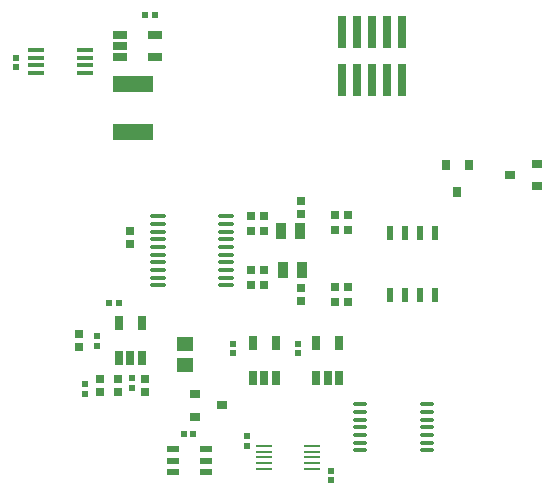
<source format=gbr>
G04 Layer_Color=8421504*
%FSLAX26Y26*%
%MOIN*%
%TF.FileFunction,Paste,Top*%
%TF.Part,Single*%
G01*
G75*
%TA.AperFunction,SMDPad,CuDef*%
%ADD10R,0.029134X0.109843*%
%ADD11R,0.133858X0.055118*%
%ADD12O,0.057087X0.009842*%
%ADD13O,0.049213X0.013780*%
%ADD14R,0.020472X0.020472*%
%ADD15R,0.020472X0.020472*%
%ADD16R,0.039370X0.023622*%
G04:AMPARAMS|DCode=17|XSize=25.591mil|YSize=47.244mil|CornerRadius=1.919mil|HoleSize=0mil|Usage=FLASHONLY|Rotation=180.000|XOffset=0mil|YOffset=0mil|HoleType=Round|Shape=RoundedRectangle|*
%AMROUNDEDRECTD17*
21,1,0.025591,0.043406,0,0,180.0*
21,1,0.021752,0.047244,0,0,180.0*
1,1,0.003839,-0.010876,0.021703*
1,1,0.003839,0.010876,0.021703*
1,1,0.003839,0.010876,-0.021703*
1,1,0.003839,-0.010876,-0.021703*
%
%ADD17ROUNDEDRECTD17*%
%ADD18R,0.029528X0.025591*%
%ADD19R,0.035433X0.025591*%
%ADD20R,0.025591X0.035433*%
%ADD21R,0.025591X0.029528*%
%ADD22R,0.057087X0.045276*%
%ADD23R,0.037402X0.053150*%
G04:AMPARAMS|DCode=24|XSize=21.654mil|YSize=49.213mil|CornerRadius=1.949mil|HoleSize=0mil|Usage=FLASHONLY|Rotation=0.000|XOffset=0mil|YOffset=0mil|HoleType=Round|Shape=RoundedRectangle|*
%AMROUNDEDRECTD24*
21,1,0.021654,0.045315,0,0,0.0*
21,1,0.017756,0.049213,0,0,0.0*
1,1,0.003898,0.008878,-0.022657*
1,1,0.003898,-0.008878,-0.022657*
1,1,0.003898,-0.008878,0.022657*
1,1,0.003898,0.008878,0.022657*
%
%ADD24ROUNDEDRECTD24*%
%ADD25O,0.055118X0.016535*%
%ADD26O,0.055118X0.013780*%
G04:AMPARAMS|DCode=27|XSize=25.591mil|YSize=47.244mil|CornerRadius=1.919mil|HoleSize=0mil|Usage=FLASHONLY|Rotation=90.000|XOffset=0mil|YOffset=0mil|HoleType=Round|Shape=RoundedRectangle|*
%AMROUNDEDRECTD27*
21,1,0.025591,0.043406,0,0,90.0*
21,1,0.021752,0.047244,0,0,90.0*
1,1,0.003839,0.021703,0.010876*
1,1,0.003839,0.021703,-0.010876*
1,1,0.003839,-0.021703,-0.010876*
1,1,0.003839,-0.021703,0.010876*
%
%ADD27ROUNDEDRECTD27*%
D10*
X1279024Y1969339D02*
D03*
X1229024D02*
D03*
X1179024D02*
D03*
X1129024D02*
D03*
X1079024D02*
D03*
Y2129575D02*
D03*
X1129024D02*
D03*
X1179024D02*
D03*
X1229024D02*
D03*
X1279024D02*
D03*
D11*
X383000Y1795291D02*
D03*
Y1956709D02*
D03*
D12*
X979929Y671662D02*
D03*
Y691346D02*
D03*
Y711032D02*
D03*
Y730717D02*
D03*
Y750402D02*
D03*
X820480Y671662D02*
D03*
Y691346D02*
D03*
Y711032D02*
D03*
Y730717D02*
D03*
Y750402D02*
D03*
D13*
X1139260Y888276D02*
D03*
Y862685D02*
D03*
Y837095D02*
D03*
Y811504D02*
D03*
Y785913D02*
D03*
Y760323D02*
D03*
Y734732D02*
D03*
X1361701Y888276D02*
D03*
Y862685D02*
D03*
Y837095D02*
D03*
Y811504D02*
D03*
Y785913D02*
D03*
Y760323D02*
D03*
Y734732D02*
D03*
D14*
X552095Y787693D02*
D03*
X583591D02*
D03*
X303276Y1224457D02*
D03*
X334772D02*
D03*
X423252Y2187000D02*
D03*
X454748D02*
D03*
D15*
X1041819Y666819D02*
D03*
Y635323D02*
D03*
X264024Y1083709D02*
D03*
Y1115205D02*
D03*
X379024Y943709D02*
D03*
Y975205D02*
D03*
X224024Y923709D02*
D03*
Y955205D02*
D03*
X764260Y781976D02*
D03*
Y750480D02*
D03*
X933024Y1058709D02*
D03*
Y1090205D02*
D03*
X717024Y1057709D02*
D03*
Y1089205D02*
D03*
X-6000Y2012252D02*
D03*
Y2043748D02*
D03*
D16*
X517213Y737685D02*
D03*
Y700284D02*
D03*
Y662882D02*
D03*
X625480D02*
D03*
Y700284D02*
D03*
Y737685D02*
D03*
D17*
X783853Y976386D02*
D03*
X821255D02*
D03*
X858657D02*
D03*
Y1092528D02*
D03*
X783853D02*
D03*
X994024Y974821D02*
D03*
X1031425D02*
D03*
X1068827D02*
D03*
Y1090963D02*
D03*
X994024D02*
D03*
X336622Y1041386D02*
D03*
X374024D02*
D03*
X411425D02*
D03*
Y1157528D02*
D03*
X336622D02*
D03*
D18*
X424024Y927803D02*
D03*
Y971110D02*
D03*
X204024Y1121110D02*
D03*
Y1077803D02*
D03*
X274024Y927803D02*
D03*
Y971110D02*
D03*
X944024Y1276110D02*
D03*
Y1232803D02*
D03*
Y1522803D02*
D03*
Y1566110D02*
D03*
X374024Y1466110D02*
D03*
Y1422803D02*
D03*
X334024Y971110D02*
D03*
Y927803D02*
D03*
D19*
X1638276Y1652055D02*
D03*
X1728827Y1689457D02*
D03*
Y1614654D02*
D03*
X679614Y884339D02*
D03*
X589063Y846937D02*
D03*
Y921740D02*
D03*
D20*
X1464024Y1594181D02*
D03*
X1426622Y1684732D02*
D03*
X1501425D02*
D03*
D21*
X777370Y1464457D02*
D03*
X820677D02*
D03*
X820677Y1514457D02*
D03*
X777370D02*
D03*
X1100677Y1469457D02*
D03*
X1057370D02*
D03*
X1100677Y1519457D02*
D03*
X1057370D02*
D03*
X777370Y1284457D02*
D03*
X820677D02*
D03*
X1100677Y1229457D02*
D03*
X1057370D02*
D03*
X820677Y1334457D02*
D03*
X777370D02*
D03*
X1100677Y1279457D02*
D03*
X1057370D02*
D03*
D22*
X556024Y1018024D02*
D03*
Y1088890D02*
D03*
D23*
X877528Y1464457D02*
D03*
X940520D02*
D03*
X882528Y1334457D02*
D03*
X945520D02*
D03*
D24*
X1389024Y1457803D02*
D03*
X1339024D02*
D03*
X1289024D02*
D03*
X1239024D02*
D03*
X1389024Y1251110D02*
D03*
X1339024D02*
D03*
X1289024D02*
D03*
X1239024D02*
D03*
D25*
X60307Y2069386D02*
D03*
Y2043795D02*
D03*
Y2018205D02*
D03*
Y1992614D02*
D03*
X223693Y2069386D02*
D03*
Y2043795D02*
D03*
Y2018205D02*
D03*
Y1992614D02*
D03*
D26*
X465835Y1514614D02*
D03*
Y1489024D02*
D03*
Y1463433D02*
D03*
Y1437843D02*
D03*
Y1412252D02*
D03*
Y1386661D02*
D03*
Y1361071D02*
D03*
Y1335480D02*
D03*
Y1309890D02*
D03*
Y1284299D02*
D03*
X692213Y1514614D02*
D03*
Y1489024D02*
D03*
Y1463433D02*
D03*
Y1437843D02*
D03*
Y1412252D02*
D03*
Y1386661D02*
D03*
Y1361071D02*
D03*
Y1335480D02*
D03*
Y1309890D02*
D03*
Y1284299D02*
D03*
D27*
X338929Y2120402D02*
D03*
Y2083000D02*
D03*
Y2045599D02*
D03*
X455071D02*
D03*
Y2120402D02*
D03*
%TF.MD5,103ba9e3d08086f743f8e9c819c931bb*%
M02*

</source>
